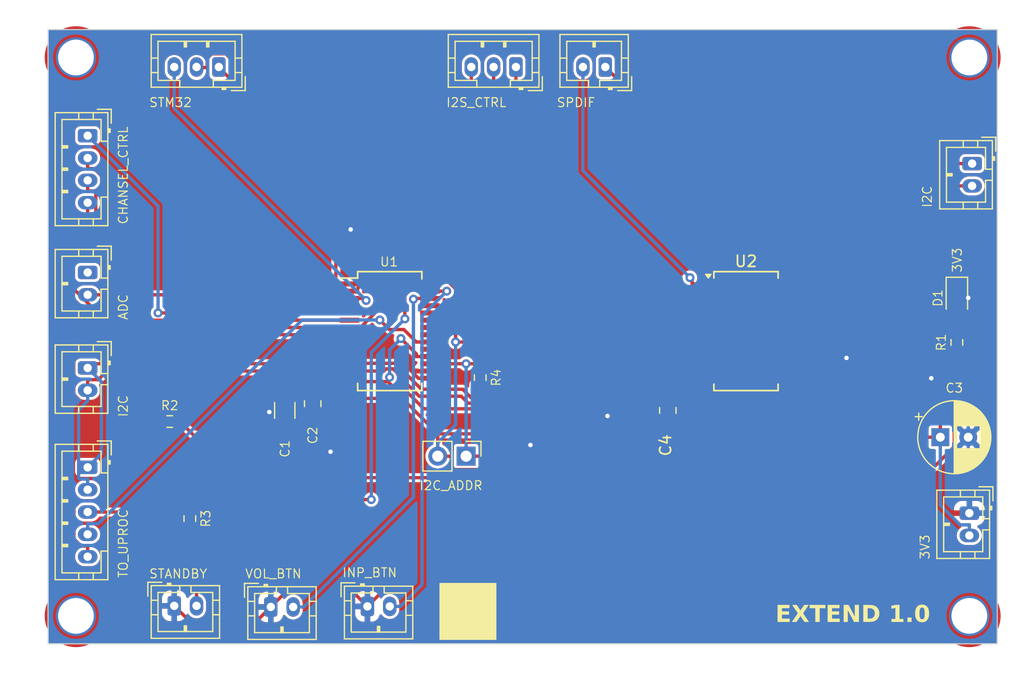
<source format=kicad_pcb>
(kicad_pcb (version 20240108) (generator "pcbnew") (generator_version "8.0")
  (layers (0 "F.Cu" signal) (31 "B.Cu" signal) (34 "B.Paste" user) (35 "F.Paste" user) (36 "B.SilkS" user "B.Silkscreen") (37 "F.SilkS" user "F.Silkscreen") (38 "B.Mask" user) (39 "F.Mask" user) (44 "Edge.Cuts" user))
  (net 0 "")
  (net 1 "GND")
  (net 2 "3V3")
  (net 3 "Net-(D1-A)")
  (net 5 "SCL")
  (net 6 "SDA")
  (net 8 "ADC_GPIO1")
  (net 9 "ADC_INT")
  (net 10 "A2")
  (net 11 "INTB")
  (net 12 "INTA")
  (net 13 "SPDIF_RESET")
  (net 14 "CHANSEL2")
  (net 15 "CHANSEL1")
  (net 16 "CHANSEL4")
  (net 17 "CHANSEL3")
  (net 18 "DSP_INT")
  (net 19 "DSP_BOOT0")
  (net 20 "DSP_NRST")
  (net 21 "RESET")
  (net 22 "Net-(U1-GPA7)")
  (net 23 "INPUT_BUTTON")
  (net 24 "VOLUME_BUTTON")
  (net 25 "I2S_CTRL2")
  (net 26 "I2S_CTRL1")
  (net 27 "I2S_CTRL3")
  (net 28 "SPDIF_INT")
  (net 29 "FRONT_LED")
  (footprint "Connector_JST:JST_PH_B5B-PH-K_1x05_P2.00mm_Vertical" (layer "F.Cu") (at 89.45 102.7 -90)
    (property "Reference" "J17" (hide yes))
    (property "Value" "Conn_01x05_Pin")
    (pad "1" thru_hole roundrect (at 0 0 270) (size 1.2 1.75) (drill 0.75) (layers "*.Cu" "*.Mask") (roundrect_rratio 0.2083333333) (net 5 "SCL"))
    (pad "2" thru_hole oval (at 2 0 270) (size 1.2 1.75) (drill 0.75) (layers "*.Cu" "*.Mask") (net 6 "SDA"))
    (pad "3" thru_hole oval (at 4 0 270) (size 1.2 1.75) (drill 0.75) (layers "*.Cu" "*.Mask") (net 11 "INTB"))
    (pad "4" thru_hole oval (at 6 0 270) (size 1.2 1.75) (drill 0.75) (layers "*.Cu" "*.Mask") (net 12 "INTA"))
    (pad "5" thru_hole oval (at 8 0 270) (size 1.2 1.75) (drill 0.75) (layers "*.Cu" "*.Mask") (net 21 "RESET"))
  )
  (footprint "Capacitor_THT:CP_Radial_D6.3mm_P2.50mm" (layer "F.Cu") (at 165.8 100)
    (property "Reference" "C3" (at 1.25 -4.4 0) (layer "F.SilkS") (effects (font (size 0.8 0.8) (thickness 0.1))))
    (property "Value" "470u 10V")
    (pad "1" thru_hole rect (at 0 0) (size 1.6 1.6) (drill 0.8) (layers "*.Cu" "*.Mask") (net 2 "3V3"))
    (pad "2" thru_hole circle (at 2.5 0) (size 1.6 1.6) (drill 0.8) (layers "*.Cu" "*.Mask") (net 1 "GND"))
  )
  (footprint "MountingHole:MountingHole_3.2mm_M3_DIN965_Pad_TopOnly" (layer "F.Cu") (at 88.4 66 90)
    (property "Reference" "H1" (hide yes))
    (property "Value" "MountingHole")
    (pad "1" thru_hole circle (at 0 0 90) (size 3.6 3.6) (drill 3.2) (layers "*.Cu" "*.Mask"))
    (pad "1" connect circle (at 0 0 90) (size 5.6 5.6) (layers "F.Cu" "F.Mask"))
  )
  (footprint "MountingHole:MountingHole_3.2mm_M3_DIN965_Pad_TopOnly" (layer "F.Cu") (at 88.4 116 90)
    (property "Reference" "H3" (hide yes))
    (property "Value" "MountingHole")
    (pad "1" thru_hole circle (at 0 0 90) (size 3.6 3.6) (drill 3.2) (layers "*.Cu" "*.Mask"))
    (pad "1" connect circle (at 0 0 90) (size 5.6 5.6) (layers "F.Cu" "F.Mask"))
  )
  (footprint "MountingHole:MountingHole_3.2mm_M3_DIN965_Pad_TopOnly" (layer "F.Cu") (at 168.4 66 90)
    (property "Reference" "H2" (hide yes))
    (property "Value" "MountingHole")
    (pad "1" thru_hole circle (at 0 0 90) (size 3.6 3.6) (drill 3.2) (layers "*.Cu" "*.Mask"))
    (pad "1" connect circle (at 0 0 90) (size 5.6 5.6) (layers "F.Cu" "F.Mask"))
  )
  (footprint "Connector_JST:JST_PH_B2B-PH-K_1x02_P2.00mm_Vertical" (layer "F.Cu") (at 89.45 93.8 -90)
    (property "Reference" "J20" (hide yes))
    (property "Value" "Conn_01x02_Male")
    (pad "1" thru_hole roundrect (at 0 0 270) (size 1.2 1.75) (drill 0.75) (layers "*.Cu" "*.Mask") (roundrect_rratio 0.208333) (net 5 "SCL"))
    (pad "2" thru_hole oval (at 2 0 270) (size 1.2 1.75) (drill 0.75) (layers "*.Cu" "*.Mask") (net 6 "SDA"))
  )
  (footprint "Connector_JST:JST_PH_B4B-PH-K_1x04_P2.00mm_Vertical" (layer "F.Cu") (at 89.45 73 -90)
    (property "Reference" "J6" (hide yes))
    (property "Value" "Conn_01x04_Pin")
    (pad "1" thru_hole roundrect (at 0 0 270) (size 1.2 1.75) (drill 0.75) (layers "*.Cu" "*.Mask") (roundrect_rratio 0.208333) (net 15 "CHANSEL1"))
    (pad "2" thru_hole oval (at 2 0 270) (size 1.2 1.75) (drill 0.75) (layers "*.Cu" "*.Mask") (net 14 "CHANSEL2"))
    (pad "3" thru_hole oval (at 4 0 270) (size 1.2 1.75) (drill 0.75) (layers "*.Cu" "*.Mask") (net 17 "CHANSEL3"))
    (pad "4" thru_hole oval (at 6 0 270) (size 1.2 1.75) (drill 0.75) (layers "*.Cu" "*.Mask") (net 16 "CHANSEL4"))
  )
  (footprint "Package_SO:SSOP-28_5.3x10.2mm_P0.65mm" (layer "F.Cu") (at 148.4 90.5)
    (property "Reference" "U2" (at 0 -6.25 0) (layer "F.SilkS"))
    (property "Value" "MCP23017_SS")
    (pad "1" smd rect (at -3.6 -4.225) (size 1.75 0.45) (layers "F.Cu" "F.Paste" "F.Mask") (net 13 "SPDIF_RESET"))
    (pad "2" smd rect (at -3.6 -3.575) (size 1.75 0.45) (layers "F.Cu" "F.Paste" "F.Mask") (net 28 "SPDIF_INT"))
    (pad "3" smd rect (at -3.6 -2.925) (size 1.75 0.45) (layers "F.Cu" "F.Paste" "F.Mask") (net 26 "I2S_CTRL1"))
    (pad "4" smd rect (at -3.6 -2.275) (size 1.75 0.45) (layers "F.Cu" "F.Paste" "F.Mask") (net 25 "I2S_CTRL2"))
    (pad "5" smd rect (at -3.6 -1.625) (size 1.75 0.45) (layers "F.Cu" "F.Paste" "F.Mask") (net 27 "I2S_CTRL3"))
    (pad "6" smd rect (at -3.6 -0.975) (size 1.75 0.45) (layers "F.Cu" "F.Paste" "F.Mask"))
    (pad "7" smd rect (at -3.6 -0.325) (size 1.75 0.45) (layers "F.Cu" "F.Paste" "F.Mask"))
    (pad "8" smd rect (at -3.6 0.325) (size 1.75 0.45) (layers "F.Cu" "F.Paste" "F.Mask"))
    (pad "9" smd rect (at -3.6 0.975) (size 1.75 0.45) (layers "F.Cu" "F.Paste" "F.Mask") (net 2 "3V3"))
    (pad "10" smd rect (at -3.6 1.625) (size 1.75 0.45) (layers "F.Cu" "F.Paste" "F.Mask") (net 1 "GND"))
    (pad "11" smd rect (at -3.6 2.275) (size 1.75 0.45) (layers "F.Cu" "F.Paste" "F.Mask"))
    (pad "12" smd rect (at -3.6 2.925) (size 1.75 0.45) (layers "F.Cu" "F.Paste" "F.Mask") (net 5 "SCL"))
    (pad "13" smd rect (at -3.6 3.575) (size 1.75 0.45) (layers "F.Cu" "F.Paste" "F.Mask") (net 6 "SDA"))
    (pad "14" smd rect (at -3.6 4.225) (size 1.75 0.45) (layers "F.Cu" "F.Paste" "F.Mask"))
    (pad "15" smd rect (at 3.6 4.225) (size 1.75 0.45) (layers "F.Cu" "F.Paste" "F.Mask") (net 1 "GND"))
    (pad "16" smd rect (at 3.6 3.575) (size 1.75 0.45) (layers "F.Cu" "F.Paste" "F.Mask") (net 2 "3V3"))
    (pad "17" smd rect (at 3.6 2.925) (size 1.75 0.45) (layers "F.Cu" "F.Paste" "F.Mask") (net 10 "A2"))
    (pad "18" smd rect (at 3.6 2.275) (size 1.75 0.45) (layers "F.Cu" "F.Paste" "F.Mask") (net 21 "RESET"))
    (pad "19" smd rect (at 3.6 1.625) (size 1.75 0.45) (layers "F.Cu" "F.Paste" "F.Mask") (net 11 "INTB"))
    (pad "20" smd rect (at 3.6 0.975) (size 1.75 0.45) (layers "F.Cu" "F.Paste" "F.Mask"))
    (pad "21" smd rect (at 3.6 0.325) (size 1.75 0.45) (layers "F.Cu" "F.Paste" "F.Mask"))
    (pad "22" smd rect (at 3.6 -0.325) (size 1.75 0.45) (layers "F.Cu" "F.Paste" "F.Mask"))
    (pad "23" smd rect (at 3.6 -0.975) (size 1.75 0.45) (layers "F.Cu" "F.Paste" "F.Mask"))
    (pad "24" smd rect (at 3.6 -1.625) (size 1.75 0.45) (layers "F.Cu" "F.Paste" "F.Mask"))
    (pad "25" smd rect (at 3.6 -2.275) (size 1.75 0.45) (layers "F.Cu" "F.Paste" "F.Mask"))
    (pad "26" smd rect (at 3.6 -2.925) (size 1.75 0.45) (layers "F.Cu" "F.Paste" "F.Mask"))
    (pad "27" smd rect (at 3.6 -3.575) (size 1.75 0.45) (layers "F.Cu" "F.Paste" "F.Mask"))
    (pad "28" smd rect (at 3.6 -4.225) (size 1.75 0.45) (layers "F.Cu" "F.Paste" "F.Mask"))
  )
  (footprint "Connector_JST:JST_PH_B2B-PH-K_1x02_P2.00mm_Vertical" (layer "F.Cu") (at 89.45 85.25 -90)
    (property "Reference" "J8" (hide yes))
    (property "Value" "Conn_01x02_Male")
    (pad "1" thru_hole roundrect (at 0 0 270) (size 1.2 1.75) (drill 0.75) (layers "*.Cu" "*.Mask") (roundrect_rratio 0.208333) (net 8 "ADC_GPIO1"))
    (pad "2" thru_hole oval (at 2 0 270) (size 1.2 1.75) (drill 0.75) (layers "*.Cu" "*.Mask") (net 9 "ADC_INT"))
  )
  (footprint "Resistor_SMD:R_0603_1608Metric_Pad0.98x0.95mm_HandSolder" (layer "F.Cu") (at 167.2824 91.5125 -90)
    (property "Reference" "R1" (at 0 1.4 90) (layer "F.SilkS") (effects (font (size 0.8 0.8) (thickness 0.1))))
    (property "Value" "75R")
    (pad "1" smd roundrect (at -0.9125 0 270) (size 0.975 0.95) (layers "F.Cu" "F.Paste" "F.Mask") (net 3 "Net-(D1-A)"))
    (pad "2" smd roundrect (at 0.9125 0 270) (size 0.975 0.95) (layers "F.Cu" "F.Paste" "F.Mask") (net 2 "3V3"))
  )
  (footprint "Connector_JST:JST_PH_B3B-PH-K_1x03_P2.00mm_Vertical" (layer "F.Cu") (at 101.2 66.85 180)
    (property "Reference" "J23" (hide yes))
    (property "Value" "Conn_01x03_Pin")
    (pad "1" thru_hole roundrect (at 0 0 180) (size 1.2 1.75) (drill 0.75) (layers "*.Cu" "*.Mask") (roundrect_rratio 0.208333) (net 20 "DSP_NRST"))
    (pad "2" thru_hole oval (at 2 0 180) (size 1.2 1.75) (drill 0.75) (layers "*.Cu" "*.Mask") (net 19 "DSP_BOOT0"))
    (pad "3" thru_hole oval (at 4 0 180) (size 1.2 1.75) (drill 0.75) (layers "*.Cu" "*.Mask") (net 18 "DSP_INT"))
  )
  (footprint "Connector_JST:JST_PH_B2B-PH-K_1x02_P2.00mm_Vertical" (layer "F.Cu") (at 97.2 115.1)
    (property "Reference" "J4" (hide yes))
    (property "Value" "Conn_01x02_Male")
    (pad "1" thru_hole roundrect (at 0 0) (size 1.2 1.75) (drill 0.75) (layers "*.Cu" "*.Mask") (roundrect_rratio 0.208333) (net 1 "GND"))
    (pad "2" thru_hole oval (at 2 0) (size 1.2 1.75) (drill 0.75) (layers "*.Cu" "*.Mask") (net 29 "FRONT_LED"))
  )
  (footprint "Connector_JST:JST_PH_B2B-PH-K_1x02_P2.00mm_Vertical" (layer "F.Cu") (at 168.65 75.5 -90)
    (property "Reference" "J22" (hide yes))
    (property "Value" "Conn_01x02_Male")
    (pad "1" thru_hole roundrect (at 0 0 270) (size 1.2 1.75) (drill 0.75) (layers "*.Cu" "*.Mask") (roundrect_rratio 0.208333) (net 5 "SCL"))
    (pad "2" thru_hole oval (at 2 0 270) (size 1.2 1.75) (drill 0.75) (layers "*.Cu" "*.Mask") (net 6 "SDA"))
  )
  (footprint "Connector_JST:JST_PH_B2B-PH-K_1x02_P2.00mm_Vertical" (layer "F.Cu") (at 135.8 66.85 180)
    (property "Reference" "J1" (hide yes))
    (property "Value" "Conn_01x02_Pin")
    (pad "1" thru_hole roundrect (at 0 0 180) (size 1.2 1.75) (drill 0.75) (layers "*.Cu" "*.Mask") (roundrect_rratio 0.2083333333) (net 28 "SPDIF_INT"))
    (pad "2" thru_hole oval (at 2 0 180) (size 1.2 1.75) (drill 0.75) (layers "*.Cu" "*.Mask") (net 13 "SPDIF_RESET"))
  )
  (footprint "Capacitor_SMD:C_0805_2012Metric_Pad1.18x1.45mm_HandSolder" (layer "F.Cu") (at 109.6 97 90)
    (property "Reference" "C2" (at -2.8375 0 90) (layer "F.SilkS") (effects (font (size 0.8 0.8) (thickness 0.1))))
    (property "Value" "0.1u")
    (pad "1" smd roundrect (at -1.0375 0 90) (size 1.175 1.45) (layers "F.Cu" "F.Paste" "F.Mask") (roundrect_rratio 0.2127659574) (net 1 "GND"))
    (pad "2" smd roundrect (at 1.0375 0 90) (size 1.175 1.45) (layers "F.Cu" "F.Paste" "F.Mask") (roundrect_rratio 0.2127659574) (net 2 "3V3"))
  )
  (footprint "Connector_JST:JST_PH_B2B-PH-K_1x02_P2.00mm_Vertical" (layer "F.Cu") (at 168.4 106.8 -90)
    (property "Reference" "J3" (hide yes))
    (property "Value" "Conn_01x02_Pin")
    (pad "1" thru_hole roundrect (at 0 0 270) (size 1.2 1.75) (drill 0.75) (layers "*.Cu" "*.Mask") (roundrect_rratio 0.208333) (net 1 "GND"))
    (pad "2" thru_hole oval (at 2 0 270) (size 1.2 1.75) (drill 0.75) (layers "*.Cu" "*.Mask") (net 2 "3V3"))
  )
  (footprint "Resistor_SMD:R_0603_1608Metric_Pad0.98x0.95mm_HandSolder" (layer "F.Cu") (at 96.8 98.6)
    (property "Reference" "R2" (at 0 -1.43 0) (layer "F.SilkS") (effects (font (size 0.8 0.8) (thickness 0.1))))
    (property "Value" "4.7K")
    (pad "1" smd roundrect (at -0.9125 0) (size 0.975 0.95) (layers "F.Cu" "F.Paste" "F.Mask") (net 1 "GND"))
    (pad "2" smd roundrect (at 0.9125 0) (size 0.975 0.95) (layers "F.Cu" "F.Paste" "F.Mask") (net 21 "RESET"))
  )
  (footprint "Connector_JST:JST_PH_B3B-PH-K_1x03_P2.00mm_Vertical" (layer "F.Cu") (at 127.8 66.85 180)
    (property "Reference" "J2" (hide yes))
    (property "Value" "Conn_01x03_Pin")
    (pad "1" thru_hole roundrect (at 0 0 180) (size 1.2 1.75) (drill 0.75) (layers "*.Cu" "*.Mask") (roundrect_rratio 0.208333) (net 26 "I2S_CTRL1"))
    (pad "2" thru_hole oval (at 2 0 180) (size 1.2 1.75) (drill 0.75) (layers "*.Cu" "*.Mask") (net 25 "I2S_CTRL2"))
    (pad "3" thru_hole oval (at 4 0 180) (size 1.2 1.75) (drill 0.75) (layers "*.Cu" "*.Mask") (net 27 "I2S_CTRL3"))
  )
  (footprint "Connector_JST:JST_PH_B2B-PH-K_1x02_P2.00mm_Vertical" (layer "F.Cu") (at 105.85 115.2)
    (property "Reference" "J5" (hide yes))
    (property "Value" "Conn_01x02_Male")
    (pad "1" thru_hole roundrect (at 0 0) (size 1.2 1.75) (drill 0.75) (layers "*.Cu" "*.Mask") (roundrect_rratio 0.208333) (net 1 "GND"))
    (pad "2" thru_hole oval (at 2 0) (size 1.2 1.75) (drill 0.75) (layers "*.Cu" "*.Mask") (net 24 "VOLUME_BUTTON"))
  )
  (footprint "Resistor_SMD:R_0603_1608Metric_Pad0.98x0.95mm_HandSolder" (layer "F.Cu") (at 98.6 107.2875 -90)
    (property "Reference" "R3" (at 0 -1.43 90) (layer "F.SilkS") (effects (font (size 0.8 0.8) (thickness 0.1))))
    (property "Value" "320R")
    (pad "1" smd roundrect (at -0.9125 0 270) (size 0.975 0.95) (layers "F.Cu" "F.Paste" "F.Mask") (net 22 "Net-(U1-GPA7)"))
    (pad "2" smd roundrect (at 0.9125 0 270) (size 0.975 0.95) (layers "F.Cu" "F.Paste" "F.Mask") (net 29 "FRONT_LED"))
  )
  (footprint "Capacitor_SMD:C_1206_3216Metric_Pad1.33x1.80mm_HandSolder" (layer "F.Cu") (at 107.1 97.6 90)
    (property "Reference" "C1" (at -3.4375 0.02 90) (layer "F.SilkS") (effects (font (size 0.8 0.8) (thickness 0.1))))
    (property "Value" "10U")
    (pad "1" smd roundrect (at -1.5625 0 90) (size 1.325 1.8) (layers "F.Cu" "F.Paste" "F.Mask") (roundrect_rratio 0.1886792453) (net 1 "GND"))
    (pad "2" smd roundrect (at 1.5625 0 90) (size 1.325 1.8) (layers "F.Cu" "F.Paste" "F.Mask") (roundrect_rratio 0.1886792453) (net 2 "3V3"))
  )
  (footprint "LED_SMD:LED_0805_2012Metric_Pad1.15x1.40mm_HandSolder" (layer "F.Cu") (at 167.2824 87.5375 -90)
    (property "Reference" "D1" (at 0 1.7 90) (layer "F.SilkS") (effects (font (size 0.8 0.8) (thickness 0.1))))
    (property "Value" "BLUE")
    (pad "1" smd roundrect (at -1.025 0 270) (size 1.15 1.4) (layers "F.Cu" "F.Paste" "F.Mask") (roundrect_rratio 0.217391) (net 1 "GND"))
    (pad "2" smd roundrect (at 1.025 0 270) (size 1.15 1.4) (layers "F.Cu" "F.Paste" "F.Mask") (roundrect_rratio 0.217391) (net 3 "Net-(D1-A)"))
  )
  (footprint "Connector_JST:JST_PH_B2B-PH-K_1x02_P2.00mm_Vertical" (layer "F.Cu") (at 114.5 115.15)
    (property "Reference" "J7" (hide yes))
    (property "Value" "Conn_01x02_Male")
    (pad "1" thru_hole roundrect (at 0 0) (size 1.2 1.75) (drill 0.75) (layers "*.Cu" "*.Mask") (roundrect_rratio 0.208333) (net 1 "GND"))
    (pad "2" thru_hole oval (at 2 0) (size 1.2 1.75) (drill 0.75) (layers "*.Cu" "*.Mask") (net 23 "INPUT_BUTTON"))
  )
  (footprint "MountingHole:MountingHole_3.2mm_M3_DIN965_Pad_TopOnly" (layer "F.Cu") (at 168.4 116 90)
    (property "Reference" "H4" (hide yes))
    (property "Value" "MountingHole")
    (pad "1" thru_hole circle (at 0 0 90) (size 3.6 3.6) (drill 3.2) (layers "*.Cu" "*.Mask"))
    (pad "1" connect circle (at 0 0 90) (size 5.6 5.6) (layers "F.Cu" "F.Mask"))
  )
  (footprint "Connector_PinHeader_2.54mm:PinHeader_1x02_P2.54mm_Vertical" (layer "F.Cu") (at 123.34 101.7 -90)
    (property "Reference" "J9" (hide yes))
    (property "Value" "Conn_01x02_Pin")
    (pad "1" thru_hole rect (at 0 0 270) (size 1.7 1.7) (drill 1) (layers "*.Cu" "*.Mask") (net 10 "A2"))
    (pad "2" thru_hole oval (at 0 2.54 270) (size 1.7 1.7) (drill 1) (layers "*.Cu" "*.Mask") (net 2 "3V3"))
  )
  (footprint "Package_SO:SSOP-28_5.3x10.2mm_P0.65mm" (layer "F.Cu") (at 116.5 90.5)
    (property "Reference" "U1" (at -0.0625 -6.2 0) (layer "F.SilkS") (effects (font (size 0.8 0.8) (thickness 0.1))))
    (property "Value" "MCP23017_SS")
    (pad "1" smd rect (at -3.6 -4.225) (size 1.75 0.45) (layers "F.Cu" "F.Paste" "F.Mask") (net 20 "DSP_NRST"))
    (pad "2" smd rect (at -3.6 -3.575) (size 1.75 0.45) (layers "F.Cu" "F.Paste" "F.Mask") (net 19 "DSP_BOOT0"))
    (pad "3" smd rect (at -3.6 -2.925) (size 1.75 0.45) (layers "F.Cu" "F.Paste" "F.Mask") (net 18 "DSP_INT"))
    (pad "4" smd rect (at -3.6 -2.275) (size 1.75 0.45) (layers "F.Cu" "F.Paste" "F.Mask") (net 9 "ADC_INT"))
    (pad "5" smd rect (at -3.6 -1.625) (size 1.75 0.45) (layers "F.Cu" "F.Paste" "F.Mask") (net 15 "CHANSEL1"))
    (pad "6" smd rect (at -3.6 -0.975) (size 1.75 0.45) (layers "F.Cu" "F.Paste" "F.Mask") (net 14 "CHANSEL2"))
    (pad "7" smd rect (at -3.6 -0.325) (size 1.75 0.45) (layers "F.Cu" "F.Paste" "F.Mask") (net 17 "CHANSEL3"))
    (pad "8" smd rect (at -3.6 0.325) (size 1.75 0.45) (layers "F.Cu" "F.Paste" "F.Mask") (net 16 "CHANSEL4"))
    (pad "9" smd rect (at -3.6 0.975) (size 1.75 0.45) (layers "F.Cu" "F.Paste" "F.Mask") (net 2 "3V3"))
    (pad "10" smd rect (at -3.6 1.625) (size 1.75 0.45) (layers "F.Cu" "F.Paste" "F.Mask") (net 1 "GND"))
    (pad "11" smd rect (at -3.6 2.275) (size 1.75 0.45) (layers "F.Cu" "F.Paste" "F.Mask"))
    (pad "12" smd rect (at -3.6 2.925) (size 1.75 0.45) (layers "F.Cu" "F.Paste" "F.Mask") (net 5 "SCL"))
    (pad "13" smd rect (at -3.6 3.575) (size 1.75 0.45) (layers "F.Cu" "F.Paste" "F.Mask") (net 6 "SDA"))
    (pad "14" smd rect (at -3.6 4.225) (size 1.75 0.45) (layers "F.Cu" "F.Paste" "F.Mask"))
    (pad "15" smd rect (at 3.6 4.225) (size 1.75 0.45) (layers "F.Cu" "F.Paste" "F.Mask") (net 1 "GND"))
    (pad "16" smd rect (at 3.6 3.575) (size 1.75 0.45) (layers "F.Cu" "F.Paste" "F.Mask") (net 1 "GND"))
    (pad "17" smd rect (at 3.6 2.925) (size 1.75 0.45) (layers "F.Cu" "F.Paste" "F.Mask") (net 10 "A2"))
    (pad "18" smd rect (at 3.6 2.275) (size 1.75 0.45) (layers "F.Cu" "F.Paste" "F.Mask") (net 21 "RESET"))
    (pad "19" smd rect (at 3.6 1.625) (size 1.75 0.45) (layers "F.Cu" "F.Paste" "F.Mask"))
    (pad "20" smd rect (at 3.6 0.975) (size 1.75 0.45) (layers "F.Cu" "F.Paste" "F.Mask") (net 12 "INTA"))
    (pad "21" smd rect (at 3.6 0.325) (size 1.75 0.45) (layers "F.Cu" "F.Paste" "F.Mask"))
    (pad "22" smd rect (at 3.6 -0.325) (size 1.75 0.45) (layers "F.Cu" "F.Paste" "F.Mask"))
    (pad "23" smd rect (at 3.6 -0.975) (size 1.75 0.45) (layers "F.Cu" "F.Paste" "F.Mask"))
    (pad "24" smd rect (at 3.6 -1.625) (size 1.75 0.45) (layers "F.Cu" "F.Paste" "F.Mask"))
    (pad "25" smd rect (at 3.6 -2.275) (size 1.75 0.45) (layers "F.Cu" "F.Paste" "F.Mask"))
    (pad "26" smd rect (at 3.6 -2.925) (size 1.75 0.45) (layers "F.Cu" "F.Paste" "F.Mask") (net 24 "VOLUME_BUTTON"))
    (pad "27" smd rect (at 3.6 -3.575) (size 1.75 0.45) (layers "F.Cu" "F.Paste" "F.Mask") (net 23 "INPUT_BUTTON"))
    (pad "28" smd rect (at 3.6 -4.225) (size 1.75 0.45) (layers "F.Cu" "F.Paste" "F.Mask") (net 22 "Net-(U1-GPA7)"))
  )
  (footprint "Capacitor_SMD:C_0805_2012Metric_Pad1.18x1.45mm_HandSolder" (layer "F.Cu") (at 141.4 97.6 90)
    (property "Reference" "C4" (at -3.125 -0.2 90) (layer "F.SilkS"))
    (property "Value" "0.1u")
    (pad "1" smd roundrect (at -1.0375 0 90) (size 1.175 1.45) (layers "F.Cu" "F.Paste" "F.Mask") (roundrect_rratio 0.212766) (net 1 "GND"))
    (pad "2" smd roundrect (at 1.0375 0 90) (size 1.175 1.45) (layers "F.Cu" "F.Paste" "F.Mask") (roundrect_rratio 0.212766) (net 2 "3V3"))
  )
  (footprint "Resistor_SMD:R_0603_1608Metric_Pad0.98x0.95mm_HandSolder" (layer "F.Cu") (at 124.6 94.6625 -90)
    (property "Reference" "R4" (at 0 -1.43 90) (layer "F.SilkS") (effects (font (size 0.8 0.8) (thickness 0.1))))
    (property "Value" "4.7K")
    (pad "1" smd roundrect (at -0.9125 0 270) (size 0.975 0.95) (layers "F.Cu" "F.Paste" "F.Mask") (net 10 "A2"))
    (pad "2" smd roundrect (at 0.9125 0 270) (size 0.975 0.95) (layers "F.Cu" "F.Paste" "F.Mask") (net 1 "GND"))
  )
  (gr_rect (start 121 113.1) (end 126 118.1) (stroke (width 0.1)) (fill solid) (layer "F.SilkS"))
  (gr_line (start 170.9 63.5) (end 170.9 118.5) (stroke (width 0.1)) (layer "Edge.Cuts"))
  (gr_line (start 85.9 63.5) (end 170.9 63.5) (stroke (width 0.1)) (layer "Edge.Cuts"))
  (gr_line (start 85.9 118.5) (end 85.9 63.5) (stroke (width 0.1)) (layer "Edge.Cuts"))
  (gr_line (start 170.9 118.5) (end 85.9 118.5) (stroke (width 0.1)) (layer "Edge.Cuts"))
  (gr_text "ADC" (at 93.1 89.55 90) (layer "F.SilkS") (effects (font (size 0.8 0.8) (thickness 0.1)) (justify left bottom)))
  (gr_text "STANDBY" (at 94.9 112.7 0) (layer "F.SilkS") (effects (font (size 0.8 0.8) (thickness 0.1)) (justify left bottom)))
  (gr_text "3V3" (at 167.782379 85.3125 90) (layer "F.SilkS") (effects (font (size 0.8 0.8) (thickness 0.1)) (justify left bottom)))
  (gr_text "I2S_CTRL" (at 121.5 70.5 0) (layer "F.SilkS") (effects (font (size 0.8 0.8) (thickness 0.1)) (justify left bottom)))
  (gr_text "CHANSEL_CTRL" (at 93.1 81 90) (layer "F.SilkS") (effects (font (size 0.8 0.8) (thickness 0.1)) (justify left bottom)))
  (gr_text "I2C" (at 93.1 98.25 90) (layer "F.SilkS") (effects (font (size 0.8 0.8) (thickness 0.1)) (justify left bottom)))
  (gr_text "I2C_ADDR" (at 119.1 104.8 0) (layer "F.SilkS") (effects (font (size 0.8 0.8) (thickness 0.1)) (justify left bottom)))
  (gr_text "SPDIF" (at 131.4 70.5 0) (layer "F.SilkS") (effects (font (size 0.8 0.8) (thickness 0.1)) (justify left bottom)))
  (gr_text "I2C" (at 165.1 79.5 90) (layer "F.SilkS") (effects (font (size 0.8 0.8) (thickness 0.1)) (justify left bottom)))
  (gr_text "3V3" (at 164.9 111 90) (layer "F.SilkS") (effects (font (size 0.8 0.8) (thickness 0.1)) (justify left bottom)))
  (gr_text "EXTEND 1.0" (at 164.9 116.8 0) (layer "F.SilkS") (effects (font (size 1.5 1.5) (thickness 0.1) (bold yes)) (justify right bottom)))
  (gr_text "STM32" (at 94.9 70.5 0) (layer "F.SilkS") (effects (font (size 0.8 0.8) (thickness 0.1)) (justify left bottom)))
  (gr_text "INP_BTN" (at 112.2 112.6 0) (layer "F.SilkS") (effects (font (size 0.8 0.8) (thickness 0.1)) (justify left bottom)))
  (gr_text "TO_UPROC" (at 93.1 112.65 90) (layer "F.SilkS") (effects (font (size 0.8 0.8) (thickness 0.1)) (justify left bottom)))
  (gr_text "VOL_BTN" (at 103.5 112.7 0) (layer "F.SilkS") (effects (font (size 0.8 0.8) (thickness 0.1)) (justify left bottom)))
  (segment (start 124.6 95.575) (end 128.05 92.125) (width 0.3) (layer "F.Cu") (net 1))
  (segment (start 152 94.725) (end 164.99 94.725) (width 0.3) (layer "F.Cu") (net 1))
  (segment (start 120.1 94.725) (end 120.7134 94.725) (width 0.3) (layer "F.Cu") (net 1))
  (segment (start 107.1 99.1625) (end 107.1 98.8157) (width 0.3) (layer "F.Cu") (net 1))
  (segment (start 123.75 94.725) (end 124.6 95.575) (width 0.3) (layer "F.Cu") (net 1))
  (segment (start 107.1 98.8157) (end 108.8218 98.8157) (width 0.3) (layer "F.Cu") (net 1))
  (segment (start 116.4658 92.125) (end 112.9 92.125) (width 0.3) (layer "F.Cu") (net 1))
  (segment (start 104.6787 116.3713) (end 98.4713 116.3713) (width 0.3) (layer "F.Cu") (net 1))
  (segment (start 89.2217 92.125) (end 88.1989 93.1478) (width 0.3) (layer "F.Cu") (net 1))
  (segment (start 119.0658 94.725) (end 116.4658 92.125) (width 0.3) (layer "F.Cu") (net 1))
  (segment (start 120.1 94.725) (end 119.0658 94.725) (width 0.3) (layer "F.Cu") (net 1))
  (segment (start 112.9 92.125) (end 89.2217 92.125) (width 0.3) (layer "F.Cu") (net 1))
  (segment (start 95.8875 97.7492) (end 105.7165 97.7492) (width 0.3) (layer "F.Cu") (net 1))
  (segment (start 88.1989 93.1478) (end 88.1989 96.1742) (width 0.3) (layer "F.Cu") (net 1))
  (segment (start 114.5 115.15) (end 113.2873 113.9373) (width 0.3) (layer "F.Cu") (net 1))
  (segment (start 106.0335 97.7492) (end 107.1 98.8157) (width 0.3) (layer "F.Cu") (net 1))
  (segment (start 168.4 106.8) (end 122.85 106.8) (width 0.3) (layer "F.Cu") (net 1))
  (segment (start 120.1 94.075) (end 121.3267 94.075) (width 0.3) (layer "F.Cu") (net 1))
  (segment (start 105.85 115.2) (end 104.6787 116.3713) (width 0.3) (layer "F.Cu") (net 1))
  (segment (start 146.8608 98.6375) (end 150.7733 94.725) (width 0.3) (layer "F.Cu") (net 1))
  (segment (start 141.4 98.6375) (end 146.8608 98.6375) (width 0.3) (layer "F.Cu") (net 1))
  (segment (start 120.7134 94.725) (end 121.3267 94.725) (width 0.3) (layer "F.Cu") (net 1))
  (segment (start 95.8875 98.6) (end 95.8875 97.7492) (width 0.3) (layer "F.Cu") (net 1))
  (segment (start 167.2824 86.5125) (end 168.2922 87.5223) (width 0.3) (layer "F.Cu") (net 1))
  (segment (start 121.3267 94.075) (end 121.3267 94.725) (width 0.3) (layer "F.Cu") (net 1))
  (segment (start 152 94.725) (end 150.7733 94.725) (width 0.3) (layer "F.Cu") (net 1))
  (segment (start 108.8218 98.8157) (end 109.6 98.0375) (width 0.3) (layer "F.Cu") (net 1))
  (segment (start 168.2922 87.5223) (end 168.3 87.5223) (width 0.3) (layer "F.Cu") (net 1))
  (segment (start 98.4713 116.3713) (end 97.2 115.1) (width 0.3) (layer "F.Cu") (net 1))
  (segment (start 107.1127 113.9373) (end 105.85 115.2) (width 0.3) (layer "F.Cu") (net 1))
  (segment (start 105.7165 97.7492) (end 106.0335 97.7492) (width 0.3) (layer "F.Cu") (net 1))
  (segment (start 89.7739 97.7492) (end 95.8875 97.7492) (width 0.3) (layer "F.Cu") (net 1))
  (segment (start 128.05 92.125) (end 144.8 92.125) (width 0.3) (layer "F.Cu") (net 1))
  (segment (start 121.3267 94.725) (end 123.75 94.725) (width 0.3) (layer "F.Cu") (net 1))
  (segment (start 122.85 106.8) (end 114.5 115.15) (width 0.3) (layer "F.Cu") (net 1))
  (segment (start 113.2873 113.9373) (end 107.1127 113.9373) (width 0.3) (layer "F.Cu") (net 1))
  (segment (start 88.1989 96.1742) (end 89.7739 97.7492) (width 0.3) (layer "F.Cu") (net 1))
  (via (at 113 81.4) (size 0.8) (drill 0.4) (layers "F.Cu" "B.Cu") (net 1))
  (via (at 168.3 87.5223) (size 0.8) (drill 0.4) (layers "F.Cu" "B.Cu") (net 1))
  (via (at 164.99 94.725) (size 0.8) (drill 0.4) (layers "F.Cu" "B.Cu") (net 1))
  (via (at 105.7165 97.7492) (size 0.8) (drill 0.4) (layers "F.Cu" "B.Cu") (net 1))
  (via (at 129.1 100.7) (size 0.8) (drill 0.4) (layers "F.Cu" "B.Cu") (net 1))
  (via (at 136 98.1) (size 0.8) (drill 0.4) (layers "F.Cu" "B.Cu") (net 1))
  (via (at 157.4 92.9) (size 0.8) (drill 0.4) (layers "F.Cu" "B.Cu") (net 1))
  (via (at 111.2 101.3) (size 0.8) (drill 0.4) (layers "F.Cu" "B.Cu") (net 1))
  (segment (start 105.85 115.2) (end 105.85 97.8827) (width 0.3) (layer "B.Cu") (net 1))
  (segment (start 168.3 100) (end 168.3 94.725) (width 0.3) (layer "B.Cu") (net 1))
  (segment (start 168.3 106.7) (end 168.3 100) (width 0.3) (layer "B.Cu") (net 1))
  (segment (start 168.3 94.725) (end 164.99 94.725) (width 0.3) (layer "B.Cu") (net 1))
  (segment (start 168.3 94.725) (end 168.3 87.5223) (width 0.3) (layer "B.Cu") (net 1))
  (segment (start 168.4 106.8) (end 168.3 106.7) (width 0.3) (layer "B.Cu") (net 1))
  (segment (start 105.85 97.8827) (end 105.7165 97.7492) (width 0.3) (layer "B.Cu") (net 1))
  (segment (start 122.0017 102.6013) (end 122.3021 102.9017) (width 0.3) (layer "F.Cu") (net 2))
  (segment (start 163.8989 94.075) (end 152 94.075) (width 0.3) (layer "F.Cu") (net 2))
  (segment (start 121.319 85.6434) (end 118.4127 85.6434) (width 0.3) (layer "F.Cu") (net 2))
  (segment (start 109.6 95.9625) (end 110.1649 96.5274) (width 0.3) (layer "F.Cu") (net 2))
  (segment (start 122.0017 101.7) (end 122.0017 102.6013) (width 0.3) (layer "F.Cu") (net 2))
  (segment (start 136.8852 99.6997) (end 120.8 99.6997) (width 0.3) (layer "F.Cu") (net 2))
  (segment (start 165.8 93.9074) (end 167.2824 92.425) (width 0.3) (layer "F.Cu") (net 2))
  (segment (start 165.8 100) (end 165.8 93.9535) (width 0.3) (layer "F.Cu") (net 2))
  (segment (start 144.8 91.475) (end 122.3954 91.475) (width 0.3) (layer "F.Cu") (net 2))
  (segment (start 165.8 100) (end 164.6483 100) (width 0.3) (layer "F.Cu") (net 2))
  (segment (start 112.9 91.475) (end 114.1267 91.475) (width 0.3) (layer "F.Cu") (net 2))
  (segment (start 114.1267 89.9294) (end 114.1267 91.475) (width 0.3) (layer "F.Cu") (net 2))
  (segment (start 117.6277 96.5274) (end 120.8 99.6997) (width 0.3) (layer "F.Cu") (net 2))
  (segment (start 118.4127 85.6434) (end 114.1267 89.9294) (width 0.3) (layer "F.Cu") (net 2))
  (segment (start 107.1 96.0375) (end 109.525 96.0375) (width 0.3) (layer "F.Cu") (net 2))
  (segment (start 141.4 96.5625) (end 140.0224 96.5625) (width 0.3) (layer "F.Cu") (net 2))
  (segment (start 140.0224 96.5625) (end 136.8852 99.6997) (width 0.3) (layer "F.Cu") (net 2))
  (segment (start 109.525 96.0375) (end 109.6 95.9625) (width 0.3) (layer "F.Cu") (net 2))
  (segment (start 122.3954 86.7198) (end 121.319 85.6434) (width 0.3) (layer "F.Cu") (net 2))
  (segment (start 122.3021 102.9017) (end 161.7466 102.9017) (width 0.3) (layer "F.Cu") (net 2))
  (segment (start 120.8 101.7) (end 122.0017 101.7) (width 0.3) (layer "F.Cu") (net 2))
  (segment (start 164.0204 93.9535) (end 163.8989 94.075) (width 0.3) (layer "F.Cu") (net 2))
  (segment (start 161.7466 102.9017) (end 164.6483 100) (width 0.3) (layer "F.Cu") (net 2))
  (segment (start 122.3954 91.475) (end 122.3954 86.7198) (width 0.3) (layer "F.Cu") (net 2))
  (segment (start 110.1649 96.5274) (end 117.6277 96.5274) (width 0.3) (layer "F.Cu") (net 2))
  (segment (start 165.8 93.9535) (end 164.0204 93.9535) (width 0.3) (layer "F.Cu") (net 2))
  (segment (start 120.8 99.6997) (end 120.8 101.7) (width 0.3) (layer "F.Cu") (net 2))
  (segment (start 165.8 93.9535) (end 165.8 93.9074) (width 0.3) (layer "F.Cu") (net 2))
  (via (at 122.3954 91.475) (size 0.8) (drill 0.4) (layers "F.Cu" "B.Cu") (net 2))
  (segment (start 120.8 101.7) (end 120.8 100.4983) (width 0.3) (layer "B.Cu") (net 2))
  (segment (start 167.5673 107.8483) (end 165.8 106.081) (width 0.3) (layer "B.Cu") (net 2))
  (segment (start 120.8 100.4983) (end 122.3954 98.9029) (width 0.3) (layer "B.Cu") (net 2))
  (segment (start 168.4 108.8) (end 168.4 107.8483) (width 0.3) (layer "B.Cu") (net 2))
  (segment (start 168.4 107.8483) (end 167.5673 107.8483) (width 0.3) (layer "B.Cu") (net 2))
  (segment (start 122.3954 98.9029) (end 122.3954 91.475) (width 0.3) (layer "B.Cu") (net 2))
  (segment (start 165.8 106.081) (end 165.8 100) (width 0.3) (layer "B.Cu") (net 2))
  (segment (start 167.2824 88.5625) (end 167.2824 90.6) (width 0.3) (layer "F.Cu") (net 3))
  (segment (start 127.15 96.4551) (end 130.1801 93.425) (width 0.3) (layer "F.Cu") (net 5))
  (segment (start 89.45 93.8) (end 89.825 93.425) (width 0.3) (layer "F.Cu") (net 5))
  (segment (start 89.825 93.425) (end 112.9 93.425) (width 0.3) (layer "F.Cu") (net 5))
  (segment (start 112.9 93.425) (end 114.1267 93.425) (width 0.3) (layer "F.Cu") (net 5))
  (segment (start 146.0267 89.7698) (end 160.2965 75.5) (width 0.3) (layer "F.Cu") (net 5))
  (segment (start 123.7778 96.4551) (end 127.15 96.4551) (width 0.3) (layer "F.Cu") (net 5))
  (segment (start 145.7967 93.425) (end 146.0267 93.195) (width 0.3) (layer "F.Cu") (net 5))
  (segment (start 123.0262 95.7035) (end 123.7778 96.4551) (width 0.3) (layer "F.Cu") (net 5))
  (segment (start 130.1801 93.425) (end 144.8 93.425) (width 0.3) (layer "F.Cu") (net 5))
  (segment (start 114.1267 93.425) (end 114.1708 93.3809) (width 0.3) (layer "F.Cu") (net 5))
  (segment (start 117.0051 93.3809) (end 119.3277 95.7035) (width 0.3) (layer "F.Cu") (net 5))
  (segment (start 119.3277 95.7035) (end 123.0262 95.7035) (width 0.3) (layer "F.Cu") (net 5))
  (segment (start 144.8 93.425) (end 145.7967 93.425) (width 0.3) (layer "F.Cu") (net 5))
  (segment (start 114.1708 93.3809) (end 117.0051 93.3809) (width 0.3) (layer "F.Cu") (net 5))
  (segment (start 146.0267 93.195) (end 146.0267 89.7698) (width 0.3) (layer "F.Cu") (net 5))
  (segment (start 160.2965 75.5) (end 168.65 75.5) (width 0.3) (layer "F.Cu") (net 5))
  (segment (start 89.45 93.8) (end 90.6813 95.0313) (width 0.3) (layer "B.Cu") (net 5))
  (segment (start 90.6813 101.4687) (end 89.45 102.7) (width 0.3) (layer "B.Cu") (net 5))
  (segment (start 90.6813 95.0313) (end 90.6813 101.4687) (width 0.3) (layer "B.Cu") (net 5))
  (segment (start 117.2378 94.323) (end 117.2378 94.431) (width 0.3) (layer "F.Cu") (net 6))
  (segment (start 115.9825 94.075) (end 116.1749 93.8826) (width 0.3) (layer "F.Cu") (net 6))
  (segment (start 130.9549 94.075) (end 144.8 94.075) (width 0.3) (layer "F.Cu") (net 6))
  (segment (start 89.45 94.8483) (end 90.4017 94.8483) (width 0.3) (layer "F.Cu") (net 6))
  (segment (start 122.8992 96.3304) (end 123.5261 96.9573) (width 0.3) (layer "F.Cu") (net 6))
  (segment (start 128.0726 96.9573) (end 130.9549 94.075) (width 0.3) (layer "F.Cu") (net 6))
  (segment (start 149.3306 87.2678) (end 159.0984 77.5) (width 0.3) (layer "F.Cu") (net 6))
  (segment (start 149.3306 90.7711) (end 149.3306 87.2678) (width 0.3) (layer "F.Cu") (net 6))
  (segment (start 144.8 94.075) (end 146.0267 94.075) (width 0.3) (layer "F.Cu") (net 6))
  (segment (start 89.45 95.8) (end 89.45 94.8483) (width 0.3) (layer "F.Cu") (net 6))
  (segment (start 146.0267 94.075) (end 149.3306 90.7711) (width 0.3) (layer "F.Cu") (net 6))
  (segment (start 90.4017 94.8483) (end 91.175 94.075) (width 0.3) (layer "F.Cu") (net 6))
  (segment (start 119.1372 96.3304) (end 122.8992 96.3304) (width 0.3) (layer "F.Cu") (net 6))
  (segment (start 159.0984 77.5) (end 168.65 77.5) (width 0.3) (layer "F.Cu") (net 6))
  (segment (start 123.5261 96.9573) (end 128.0726 96.9573) (width 0.3) (layer "F.Cu") (net 6))
  (segment (start 91.175 94.075) (end 112.9 94.075) (width 0.3) (layer "F.Cu") (net 6))
  (segment (start 117.2378 94.431) (end 119.1372 96.3304) (width 0.3) (layer "F.Cu") (net 6))
  (segment (start 116.1749 93.8826) (end 116.7974 93.8826) (width 0.3) (layer "F.Cu") (net 6))
  (segment (start 112.9 94.075) (end 115.9825 94.075) (width 0.3) (layer "F.Cu") (net 6))
  (segment (start 116.7974 93.8826) (end 117.2378 94.323) (width 0.3) (layer "F.Cu") (net 6))
  (segment (start 88.6395 97.5622) (end 88.6395 103.6606) (width 0.3) (layer "B.Cu") (net 6))
  (segment (start 89.45 95.8) (end 89.45 96.7517) (width 0.3) (layer "B.Cu") (net 6))
  (segment (start 89.45 104.7) (end 89.45 103.7483) (width 0.3) (layer "B.Cu") (net 6))
  (segment (start 88.6395 103.6606) (end 88.7272 103.7483) (width 0.3) (layer "B.Cu") (net 6))
  (segment (start 89.45 96.7517) (end 88.6395 97.5622) (width 0.3) (layer "B.Cu") (net 6))
  (segment (start 88.7272 103.7483) (end 89.45 103.7483) (width 0.3) (layer "B.Cu") (net 6))
  (segment (start 111.6156 88.2827) (end 97.3094 88.2827) (width 0.3) (layer "F.Cu") (net 9))
  (segment (start 97.3094 88.2827) (end 96.2767 87.25) (width 0.3) (layer "F.Cu") (net 9))
  (segment (start 111.6733 88.225) (end 111.6156 88.2827) (width 0.3) (layer "F.Cu") (net 9))
  (segment (start 96.2767 87.25) (end 89.45 87.25) (width 0.3) (layer "F.Cu") (net 9))
  (segment (start 112.9 88.225) (end 111.6733 88.225) (width 0.3) (layer "F.Cu") (net 9))
  (segment (start 135.7193 101.7) (end 139.8193 97.6) (width 0.3) (layer "F.Cu") (net 10))
  (segment (start 139.8193 97.6) (end 146.8776 97.6) (width 0.3) (layer "F.Cu") (net 10))
  (segment (start 120.1 93.425) (end 123.3348 93.425) (width 0.3) (layer "F.Cu") (net 10))
  (segment (start 123.34 101.7) (end 135.7193 101.7) (width 0.3) (layer "F.Cu") (net 10))
  (segment (start 124.275 93.425) (end 124.6 93.75) (width 0.3) (layer "F.Cu") (net 10))
  (segment (start 123.3348 93.425) (end 124.275 93.425) (width 0.3) (layer "F.Cu") (net 10))
  (segment (start 151.0526 93.425) (end 152 93.425) (width 0.3) (layer "F.Cu") (net 10))
  (segment (start 146.8776 97.6) (end 151.0526 93.425) (width 0.3) (layer "F.Cu") (net 10))
  (via (at 123.3348 93.425) (size 0.8) (drill 0.4) (layers "F.Cu" "B.Cu") (net 10))
  (segment (start 123.34 101.7) (end 123.34 93.4302) (width 0.3) (layer "B.Cu") (net 10))
  (segment (start 123.34 93.4302) (end 123.3348 93.425) (width 0.3) (layer "B.Cu") (net 10))
  (segment (start 95.5573 106.7) (end 98.6308 103.6265) (width 0.3) (layer "F.Cu") (net 11))
  (segment (start 98.6308 103.6265) (end 164.2725 103.6265) (width 0.3) (layer "F.Cu") (net 11))
  (segment (start 164.9973 92.125) (end 152 92.125) (width 0.3) (layer "F.Cu") (net 11))
  (segment (start 168.1778 93.2544) (end 168.1778 91.9333) (width 0.3) (layer "F.Cu") (net 11))
  (segment (start 167.05 94.3822) (end 168.1778 93.2544) (width 0.3) (layer "F.Cu") (net 11))
  (segment (start 167.05 100.849) (end 167.05 94.3822) (width 0.3) (layer "F.Cu") (net 11))
  (segment (start 164.2725 103.6265) (end 167.05 100.849) (width 0.3) (layer "F.Cu") (net 11))
  (segment (start 168.1778 91.9333) (end 167.7943 91.5498) (width 0.3) (layer "F.Cu") (net 11))
  (segment (start 167.7943 91.5498) (end 165.5725 91.5498) (width 0.3) (layer "F.Cu") (net 11))
  (segment (start 89.45 106.7) (end 95.5573 106.7) (width 0.3) (layer "F.Cu") (net 11))
  (segment (start 165.5725 91.5498) (end 164.9973 92.125) (width 0.3) (layer "F.Cu") (net 11))
  (segment (start 118.8733 91.475) (end 118.8733 91.4735) (width 0.3) (layer "F.Cu") (net 12))
  (segment (start 120.1 91.475) (end 118.8733 91.475) (width 0.3) (layer "F.Cu") (net 12))
  (segment (start 118.8733 91.4735) (end 117.7576 90.3578) (width 0.3) (layer "F.Cu") (net 12))
  (segment (start 117.7576 90.3578) (end 116.4684 90.3578) (width 0.3) (layer "F.Cu") (net 12))
  (segment (start 116.4684 90.3578) (end 115.6148 89.5042) (width 0.3) (layer "F.Cu") (net 12))
  (via (at 115.6148 89.5042) (size 0.8) (drill 0.4) (layers "F.Cu" "B.Cu") (net 12))
  (segment (start 108.6458 89.5042) (end 90.4017 107.7483) (width 0.3) (layer "B.Cu") (net 12))
  (segment (start 115.6148 89.5042) (end 108.6458 89.5042) (width 0.3) (layer "B.Cu") (net 12))
  (segment (start 90.4017 107.7483) (end 89.45 107.7483) (width 0.3) (layer "B.Cu") (net 12))
  (segment (start 89.45 108.7) (end 89.45 107.7483) (width 0.3) (layer "B.Cu") (net 12))
  (segment (start 143.5733 85.9083) (end 143.5733 86.275) (width 0.3) (layer "F.Cu") (net 13))
  (segment (start 144.8 86.275) (end 143.5733 86.275) (width 0.3) (layer "F.Cu") (net 13))
  (segment (start 143.3826 85.7176) (end 143.5733 85.9083) (width 0.3) (layer "F.Cu") (net 13))
  (via (at 143.3826 85.7176) (size 0.8) (drill 0.4) (layers "F.Cu" "B.Cu") (net 13))
  (segment (start 133.8 66.85) (end 133.8 76.135) (width 0.3) (layer "B.Cu") (net 13))
  (segment (start 133.8 76.135) (end 143.3826 85.7176) (width 0.3) (layer "B.Cu") (net 13))
  (segment (start 91.0005 89.525) (end 88.1689 86.6934) (width 0.3) (layer "F.Cu") (net 14))
  (segment (start 88.1689 84.6244) (end 90.7097 82.0836) (width 0.3) (layer "F.Cu") (net 14))
  (segment (start 90.7097 82.0836) (end 90.7097 76.6257) (width 0.3) (layer "F.Cu") (net 14))
  (segment (start 88.1689 86.6934) (end 88.1689 84.6244) (width 0.3) (layer "F.Cu") (net 14))
  (segment (start 90.0357 75.9517) (end 89.45 75.9517) (width 0.3) (layer "F.Cu") (net 14))
  (segment (start 89.45 75) (end 89.45 75.9517) (width 0.3) (layer "F.Cu") (net 14))
  (segment (start 112.9 89.525) (end 91.0005 89.525) (width 0.3) (layer "F.Cu") (net 14))
  (segment (start 90.7097 76.6257) (end 90.0357 75.9517) (width 0.3) (layer "F.Cu") (net 14))
  (segment (start 112.9 88.875) (end 95.7547 88.875) (width 0.3) (layer "F.Cu") (net 15))
  (segment (start 95.7547 88.875) (end 95.7531 88.8734) (width 0.3) (layer "F.Cu") (net 15))
  (via (at 95.7531 88.8734) (size 0.8) (drill 0.4) (layers "F.Cu" "B.Cu") (net 15))
  (segment (start 95.7531 79.3031) (end 95.7531 88.8734) (width 0.3) (layer "B.Cu") (net 15))
  (segment (start 89.45 73) (end 95.7531 79.3031) (width 0.3) (layer "B.Cu") (net 15))
  (segment (start 87.1655 87.3471) (end 90.6434 90.825) (width 0.3) (layer "F.Cu") (net 16))
  (segment (start 89.45 79) (end 89.45 79.9517) (width 0.3) (layer "F.Cu") (net 16))
  (segment (start 87.1655 82.2362) (end 87.1655 87.3471) (width 0.3) (layer "F.Cu") (net 16))
  (segment (start 90.6434 90.825) (end 112.9 90.825) (width 0.3) (layer "F.Cu") (net 16))
  (segment (start 89.45 79.9517) (end 87.1655 82.2362) (width 0.3) (layer "F.Cu") (net 16))
  (segment (start 87.6672 87.1142) (end 90.728 90.175) (width 0.3) (layer "F.Cu") (net 17))
  (segment (start 89.45 77.9517) (end 90.0357 77.9517) (width 0.3) (layer "F.Cu") (net 17))
  (segment (start 90.728 90.175) (end 112.9 90.175) (width 0.3) (layer "F.Cu") (net 17))
  (segment (start 90.0357 77.9517) (end 90.1792 78.0952) (width 0.3) (layer "F.Cu") (net 17))
  (segment (start 90.1792 81.9047) (end 87.6672 84.4167) (width 0.3) (layer "F.Cu") (net 17))
  (segment (start 89.45 77) (end 89.45 77.9517) (width 0.3) (layer "F.Cu") (net 17))
  (segment (start 90.1792 78.0952) (end 90.1792 81.9047) (width 0.3) (layer "F.Cu") (net 17))
  (segment (start 87.6672 84.4167) (end 87.6672 87.1142) (width 0.3) (layer "F.Cu") (net 17))
  (segment (start 112.9 87.575) (end 114.2074 87.575) (width 0.3) (layer "F.Cu") (net 18))
  (segment (start 114.2074 87.575) (end 114.3855 87.7531) (width 0.3) (layer "F.Cu") (net 18))
  (via (at 114.3855 87.7531) (size 0.8) (drill 0.4) (layers "F.Cu" "B.Cu") (net 18))
  (segment (start 114.3855 87.7531) (end 97.2 70.5676) (width 0.3) (layer "B.Cu") (net 18))
  (segment (start 97.2 70.5676) (end 97.2 66.9) (width 0.3) (layer "B.Cu") (net 18))
  (segment (start 112.9 86.925) (end 113.3737 86.925) (width 0.3) (layer "F.Cu") (net 19))
  (segment (start 101.8113 65.668) (end 100.5731 65.668) (width 0.3) (layer "F.Cu") (net 19))
  (segment (start 113.3737 86.925) (end 114.1267 86.172) (width 0.3) (layer "F.Cu") (net 19))
  (segment (start 99.2 66.9) (end 100.1517 66.9) (width 0.3) (layer "F.Cu") (net 19))
  (segment (start 114.1267 77.9834) (end 101.8113 65.668) (width 0.3) (layer "F.Cu") (net 19))
  (segment (start 100.5731 65.668) (end 100.1517 66.0894) (width 0.3) (layer "F.Cu") (net 19))
  (segment (start 114.1267 86.172) (end 114.1267 77.9834) (width 0.3) (layer "F.Cu") (net 19))
  (segment (start 100.1517 66.0894) (end 100.1517 66.9) (width 0.3) (layer "F.Cu") (net 19))
  (segment (start 112.9 86.275) (end 111.6733 86.275) (width 0.3) (layer "F.Cu") (net 20))
  (segment (start 111.6733 77.3733) (end 101.2 66.9) (width 0.3) (layer "F.Cu") (net 20))
  (segment (start 111.6733 86.275) (end 111.6733 77.3733) (width 0.3) (layer "F.Cu") (net 20))
  (segment (start 106.1721 96.7363) (end 106.1721 95.5166) (width 0.3) (layer "F.Cu") (net 21))
  (segment (start 110.7082 98.6136) (end 110.7082 97.4848) (width 0.3) (layer "F.Cu") (net 21))
  (segment (start 119.5564 97.459) (end 129.7048 97.459) (width 0.3) (layer "F.Cu") (net 21))
  (segment (start 116.3334 94.787) (end 116.3334 95.0223) (width 0.3) (layer "F.Cu") (net 21))
  (segment (start 116.4861 94.6343) (end 116.3334 94.787) (width 0.3) (layer "F.Cu") (net 21))
  (segment (start 106.1721 95.5166) (end 106.6664 95.0223) (width 0.3) (layer "F.Cu") (net 21))
  (segment (start 88.2215 106.2809) (end 88.2215 109.1055) (width 0.3) (layer "F.Cu") (net 21))
  (segment (start 116.3334 95.0223) (end 117.3368 96.0257) (width 0.3) (layer "F.Cu") (net 21))
  (segment (start 90.6125 105.7) (end 88.8024 105.7) (width 0.3) (layer "F.Cu") (net 21))
  (segment (start 120.1 92.775) (end 118.8733 92.775) (width 0.3) (layer "F.Cu") (net 21))
  (segment (start 118.8733 92.775) (end 118.8733 92.5367) (width 0.3) (layer "F.Cu") (net 21))
  (segment (start 88.2215 109.1055) (end 88.8643 109.7483) (width 0.3) (layer "F.Cu") (net 21))
  (segment (start 88.8024 105.7) (end 88.2215 106.2809) (width 0.3) (layer "F.Cu") (net 21))
  (segment (start 97.7125 98.6) (end 98.9399 99.8274) (width 0.3) (layer "F.Cu") (net 21))
  (segment (start 106.4885 97.0527) (end 106.1721 96.7363) (width 0.3) (layer "F.Cu") (net 21))
  (segment (start 109.4944 99.8274) (end 110.7082 98.6136) (width 0.3) (layer "F.Cu") (net 21))
  (segment (start 110.2761 97.0527) (end 106.4885 97.0527) (width 0.3) (layer "F.Cu") (net 21))
  (segment (start 131.8606 95.3032) (end 148.2451 95.3032) (width 0.3) (layer "F.Cu") (net 21))
  (segment (start 106.6664 95.0223) (end 116.3334 95.0223) (width 0.3) (layer "F.Cu") (net 21))
  (segment (start 148.2451 95.3032) (end 150.7733 92.775) (width 0.3) (layer "F.Cu") (net 21))
  (segment (start 117.3368 96.0257) (end 118.1231 96.0257) (width 0.3) (layer "F.Cu") (net 21))
  (segment (start 88.8643 109.7483) (end 89.45 109.7483) (width 0.3) (layer "F.Cu") (net 21))
  (segment (start 118.8733 92.5367) (end 117.5028 91.1662) (width 0.3) (layer "F.Cu") (net 21))
  (segment (start 152 92.775) (end 150.7733 92.775) (width 0.3) (layer "F.Cu") (net 21))
  (segment (start 110.7082 97.4848) (end 110.2761 97.0527) (width 0.3) (layer "F.Cu") (net 21))
  (segment (start 129.7048 97.459) (end 131.8606 95.3032) (width 0.3) (layer "F.Cu") (net 21))
  (segment (start 118.1231 96.0257) (end 119.5564 97.459) (width 0.3) (layer "F.Cu") (net 21))
  (segment (start 98.9399 99.8274) (end 109.4944 99.8274) (width 0.3) (layer "F.Cu") (net 21))
  (segment (start 97.7125 98.6) (end 90.6125 105.7) (width 0.3) (layer "F.Cu") (net 21))
  (segment (start 89.45 110.7) (end 89.45 109.7483) (width 0.3) (layer "F.Cu") (net 21))
  (via (at 117.5028 91.1662) (size 0.8) (drill 0.4) (layers "F.Cu" "B.Cu") (net 21))
  (via (at 116.4861 94.6343) (size 0.8) (drill 0.4) (layers "F.Cu" "B.Cu") (net 21))
  (segment (start 116.4861 92.1829) (end 117.5028 91.1662) (width 0.3) (layer "B.Cu") (net 21))
  (segment (start 116.4861 94.6343) (end 116.4861 92.1829) (width 0.3) (layer "B.Cu") (net 21))
  (segment (start 118.8733 86.275) (end 117.8538 87.2945) (width 0.3) (layer "F.Cu") (net 22))
  (segment (start 99.3901 105.5849) (end 114.846 105.5849) (width 0.3) (layer "F.Cu") (net 22))
  (segment (start 117.8538 87.2945) (end 117.8538 89.4034) (width 0.3) (layer "F.Cu") (net 22))
  (segment (start 98.6 106.375) (end 99.3901 105.5849) (width 0.3) (layer "F.Cu") (net 22))
  (segment (start 120.1 86.275) (end 118.8733 86.275) (width 0.3) (layer "F.Cu") (net 22))
  (via (at 117.8538 89.4034) (size 0.8) (drill 0.4) (layers "F.Cu" "B.Cu") (net 22))
  (via (at 114.846 105.5849) (size 0.8) (drill 0.4) (layers "F.Cu" "B.Cu") (net 22))
  (segment (start 117.8538 89.4034) (end 114.846 92.4112) (width 0.3) (layer "B.Cu") (net 22))
  (segment (start 114.846 92.4112) (end 114.846 105.5849) (width 0.3) (layer "B.Cu") (net 22))
  (segment (start 121.6037 86.925) (end 120.1 86.925) (width 0.3) (layer "F.Cu") (net 23))
  (via (at 121.6037 86.925) (size 0.8) (drill 0.4) (layers "F.Cu" "B.Cu") (net 23))
  (segment (start 116.5 115.15) (end 117.4517 115.15) (width 0.3) (layer "B.Cu") (net 23))
  (segment (start 117.4517 115.15) (end 119.3903 113.2114) (width 0.3) (layer "B.Cu") (net 23))
  (segment (start 119.3903 89.1384) (end 121.6037 86.925) (width 0.3) (layer "B.Cu") (net 23))
  (segment (start 119.3903 113.2114) (end 119.3903 89.1384) (width 0.3) (layer "B.Cu") (net 23))
  (segment (start 120.1 87.575) (end 118.8733 87.575) (width 0.3) (layer "F.Cu") (net 24))
  (segment (start 118.8733 87.575) (end 118.8099 87.6384) (width 0.3) (layer "F.Cu") (net 24))
  (segment (start 118.8099 87.6384) (end 118.6216 87.6384) (width 0.3) (layer "F.Cu") (net 24))
  (via (at 118.6216 87.6384) (size 0.8) (drill 0.4) (layers "F.Cu" "B.Cu") (net 24))
  (segment (start 118.6216 105.3801) (end 118.6216 87.6384) (width 0.3) (layer "B.Cu") (net 24))
  (segment (start 108.8017 115.2) (end 118.6216 105.3801) (width 0.3) (layer "B.Cu") (net 24))
  (segment (start 107.85 115.2) (end 108.8017 115.2) (width 0.3) (layer "B.Cu") (net 24))
  (segment (start 143.5733 88.225) (end 125.8 70.4517) (width 0.3) (layer "F.Cu") (net 25))
  (segment (start 125.8 70.4517) (end 125.8 66.85) (width 0.3) (layer "F.Cu") (net 25))
  (segment (start 144.8 88.225) (end 143.5733 88.225) (width 0.3) (layer "F.Cu") (net 25))
  (segment (start 127.8 66.85) (end 127.8 71.3039) (width 0.3) (layer "F.Cu") (net 26))
  (segment (start 127.8 71.3039) (end 144.0711 87.575) (width 0.3) (layer "F.Cu") (net 26))
  (segment (start 144.0711 87.575) (end 144.8 87.575) (width 0.3) (layer "F.Cu") (net 26))
  (segment (start 143.4974 88.875) (end 144.8 88.875) (width 0.3) (layer "F.Cu") (net 27))
  (segment (start 123.8 69.1776) (end 143.4974 88.875) (width 0.3) (layer "F.Cu") (net 27))
  (segment (start 123.8 66.85) (end 123.8 69.1776) (width 0.3) (layer "F.Cu") (net 27))
  (segment (start 146.0267 86.925) (end 146.0267 77.0767) (width 0.3) (layer "F.Cu") (net 28))
  (segment (start 146.0267 77.0767) (end 135.8 66.85) (width 0.3) (layer "F.Cu") (net 28))
  (segment (start 144.8 86.925) (end 146.0267 86.925) (width 0.3) (layer "F.Cu") (net 28))
  (segment (start 98.6 113.2733) (end 98.6 108.2) (width 0.3) (layer "F.Cu") (net 29))
  (segment (start 99.2 115.1) (end 99.2 113.8733) (width 0.3) (layer "F.Cu") (net 29))
  (segment (start 99.2 113.8733) (end 98.6 113.2733) (width 0.3) (layer "F.Cu") (net 29))
  (zone (net 1) (net_name "GND") (layers "F&B.Cu") (connect_pads (clearance 0.25)) (min_thickness 0.25) (fill yes (thermal_gap 0.5) (thermal_bridge_width 0.5))
    (polygon (pts (xy 85.1 62.4) (xy 173.3 62.4) (xy 173.3 119.5) (xy 172.9 119.9) (xy 81.6 119.9) (xy 81.6 65.9)))
  )
)
</source>
